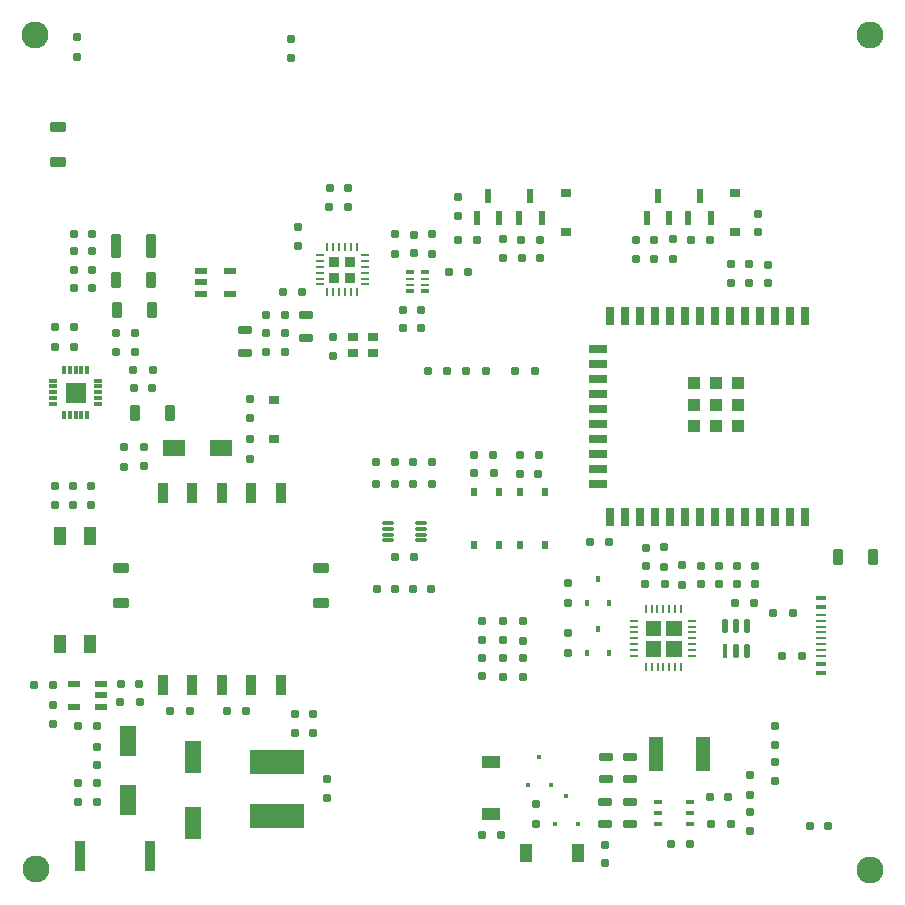
<source format=gbr>
%TF.GenerationSoftware,KiCad,Pcbnew,(6.0.9)*%
%TF.CreationDate,2023-01-10T10:00:19+01:00*%
%TF.ProjectId,P1_shield_board,50315f73-6869-4656-9c64-5f626f617264,V1.0*%
%TF.SameCoordinates,Original*%
%TF.FileFunction,Paste,Top*%
%TF.FilePolarity,Positive*%
%FSLAX46Y46*%
G04 Gerber Fmt 4.6, Leading zero omitted, Abs format (unit mm)*
G04 Created by KiCad (PCBNEW (6.0.9)) date 2023-01-10 10:00:19*
%MOMM*%
%LPD*%
G01*
G04 APERTURE LIST*
G04 Aperture macros list*
%AMRoundRect*
0 Rectangle with rounded corners*
0 $1 Rounding radius*
0 $2 $3 $4 $5 $6 $7 $8 $9 X,Y pos of 4 corners*
0 Add a 4 corners polygon primitive as box body*
4,1,4,$2,$3,$4,$5,$6,$7,$8,$9,$2,$3,0*
0 Add four circle primitives for the rounded corners*
1,1,$1+$1,$2,$3*
1,1,$1+$1,$4,$5*
1,1,$1+$1,$6,$7*
1,1,$1+$1,$8,$9*
0 Add four rect primitives between the rounded corners*
20,1,$1+$1,$2,$3,$4,$5,0*
20,1,$1+$1,$4,$5,$6,$7,0*
20,1,$1+$1,$6,$7,$8,$9,0*
20,1,$1+$1,$8,$9,$2,$3,0*%
G04 Aperture macros list end*
%ADD10C,0.010000*%
%ADD11RoundRect,0.104000X0.257000X-0.200000X0.257000X0.200000X-0.257000X0.200000X-0.257000X-0.200000X0*%
%ADD12RoundRect,0.104000X0.200000X0.257000X-0.200000X0.257000X-0.200000X-0.257000X0.200000X-0.257000X0*%
%ADD13R,0.912000X0.684000*%
%ADD14RoundRect,0.130000X-0.421000X0.250000X-0.421000X-0.250000X0.421000X-0.250000X0.421000X0.250000X0*%
%ADD15RoundRect,0.117000X0.225000X0.244000X-0.225000X0.244000X-0.225000X-0.244000X0.225000X-0.244000X0*%
%ADD16RoundRect,0.104000X-0.200000X-0.257000X0.200000X-0.257000X0.200000X0.257000X-0.200000X0.257000X0*%
%ADD17RoundRect,0.117000X0.244000X-0.225000X0.244000X0.225000X-0.244000X0.225000X-0.244000X-0.225000X0*%
%ADD18RoundRect,0.000000X0.228000X-0.560500X0.228000X0.560500X-0.228000X0.560500X-0.228000X-0.560500X0*%
%ADD19RoundRect,0.117000X-0.244000X0.225000X-0.244000X-0.225000X0.244000X-0.225000X0.244000X0.225000X0*%
%ADD20RoundRect,0.112000X-0.325000X-0.572000X0.325000X-0.572000X0.325000X0.572000X-0.325000X0.572000X0*%
%ADD21R,0.762508X0.424688*%
%ADD22R,1.368000X2.660000*%
%ADD23R,1.064000X1.596000*%
%ADD24RoundRect,0.117000X-0.225000X-0.244000X0.225000X-0.244000X0.225000X0.244000X-0.225000X0.244000X0*%
%ADD25R,0.532000X0.760000*%
%ADD26RoundRect,0.104000X-0.257000X0.200000X-0.257000X-0.200000X0.257000X-0.200000X0.257000X0.200000X0*%
%ADD27R,1.900000X1.368000*%
%ADD28R,0.433053X1.181145*%
%ADD29RoundRect,0.098407X0.118119X-0.492165X0.118119X0.492165X-0.118119X0.492165X-0.118119X-0.492165X0*%
%ADD30R,0.386080X0.386080*%
%ADD31RoundRect,0.103000X-0.362500X-1.170000X0.362500X-1.170000X0.362500X1.170000X-0.362500X1.170000X0*%
%ADD32C,2.280000*%
%ADD33R,0.868680X0.443992*%
%ADD34R,0.868680X0.231648*%
%ADD35R,0.684000X1.520000*%
%ADD36R,1.520000X0.684000*%
%ADD37R,1.010800X1.010800*%
%ADD38RoundRect,0.112000X-0.572000X0.325000X-0.572000X-0.325000X0.572000X-0.325000X0.572000X0.325000X0*%
%ADD39R,4.636000X2.052000*%
%ADD40RoundRect,0.113750X-0.218750X-0.247250X0.218750X-0.247250X0.218750X0.247250X-0.218750X0.247250X0*%
%ADD41RoundRect,0.130000X0.421000X-0.250000X0.421000X0.250000X-0.421000X0.250000X-0.421000X-0.250000X0*%
%ADD42RoundRect,0.113750X0.218750X0.247250X-0.218750X0.247250X-0.218750X-0.247250X0.218750X-0.247250X0*%
%ADD43RoundRect,0.113750X0.247250X-0.218750X0.247250X0.218750X-0.247250X0.218750X-0.247250X-0.218750X0*%
%ADD44R,0.456000X0.608000*%
%ADD45RoundRect,0.112000X-0.325000X-0.914000X0.325000X-0.914000X0.325000X0.914000X-0.325000X0.914000X0*%
%ADD46RoundRect,0.000000X-0.459800X-0.224200X0.459800X-0.224200X0.459800X0.224200X-0.459800X0.224200X0*%
%ADD47R,1.293368X2.992120*%
%ADD48R,1.596000X1.064000*%
%ADD49RoundRect,0.113750X-0.247250X0.218750X-0.247250X-0.218750X0.247250X-0.218750X0.247250X0.218750X0*%
%ADD50R,0.181855X0.691325*%
%ADD51RoundRect,0.010486X0.080441X-0.335176X0.080441X0.335176X-0.080441X0.335176X-0.080441X-0.335176X0*%
%ADD52RoundRect,0.090928X0.254734X0.000001X0.254734X-0.000001X-0.254734X-0.000001X-0.254734X0.000001X0*%
%ADD53R,0.853480X0.853480*%
%ADD54R,0.836000X0.684000*%
%ADD55R,0.965200X1.679448*%
%ADD56RoundRect,0.000000X0.425600X0.102600X-0.425600X0.102600X-0.425600X-0.102600X0.425600X-0.102600X0*%
%ADD57RoundRect,0.000000X-0.608000X1.330000X-0.608000X-1.330000X0.608000X-1.330000X0.608000X1.330000X0*%
%ADD58RoundRect,0.115000X-0.312500X-0.550000X0.312500X-0.550000X0.312500X0.550000X-0.312500X0.550000X0*%
%ADD59R,0.684000X0.193040*%
%ADD60R,0.193040X0.684000*%
%ADD61RoundRect,0.000000X0.503500X0.228000X-0.503500X0.228000X-0.503500X-0.228000X0.503500X-0.228000X0*%
%ADD62RoundRect,0.112000X0.325000X0.572000X-0.325000X0.572000X-0.325000X-0.572000X0.325000X-0.572000X0*%
%ADD63R,1.094400X1.588400*%
%ADD64R,0.638400X0.326800*%
%ADD65R,0.638400X0.250800*%
%ADD66RoundRect,0.000000X0.319200X0.098800X-0.319200X0.098800X-0.319200X-0.098800X0.319200X-0.098800X0*%
%ADD67RoundRect,0.000000X-0.098800X0.319200X-0.098800X-0.319200X0.098800X-0.319200X0.098800X0.319200X0*%
G04 APERTURE END LIST*
%TO.C,U4*%
G36*
X114522788Y-77344400D02*
G01*
X113272850Y-77344400D01*
X113272850Y-76094462D01*
X114522788Y-76094462D01*
X114522788Y-77344400D01*
G37*
D10*
X114522788Y-77344400D02*
X113272850Y-77344400D01*
X113272850Y-76094462D01*
X114522788Y-76094462D01*
X114522788Y-77344400D01*
G36*
X116275370Y-75594400D02*
G01*
X115022850Y-75594400D01*
X115022850Y-74341880D01*
X116275370Y-74341880D01*
X116275370Y-75594400D01*
G37*
X116275370Y-75594400D02*
X115022850Y-75594400D01*
X115022850Y-74341880D01*
X116275370Y-74341880D01*
X116275370Y-75594400D01*
G36*
X116275330Y-77344400D02*
G01*
X115022850Y-77344400D01*
X115022850Y-76094813D01*
X116275330Y-76094813D01*
X116275330Y-77344400D01*
G37*
X116275330Y-77344400D02*
X115022850Y-77344400D01*
X115022850Y-76094813D01*
X116275330Y-76094813D01*
X116275330Y-77344400D01*
G36*
X114522394Y-75594400D02*
G01*
X113272850Y-75594400D01*
X113272850Y-74341670D01*
X114522394Y-74341670D01*
X114522394Y-75594400D01*
G37*
X114522394Y-75594400D02*
X113272850Y-75594400D01*
X113272850Y-74341670D01*
X114522394Y-74341670D01*
X114522394Y-75594400D01*
%TO.C,U6*%
G36*
X65820500Y-55836400D02*
G01*
X64180500Y-55836400D01*
X64180500Y-54196400D01*
X65820500Y-54196400D01*
X65820500Y-55836400D01*
G37*
X65820500Y-55836400D02*
X64180500Y-55836400D01*
X64180500Y-54196400D01*
X65820500Y-54196400D01*
X65820500Y-55836400D01*
%TD*%
D11*
%TO.C,R11*%
X65100200Y-26606000D03*
X65100200Y-24956000D03*
%TD*%
D12*
%TO.C,R36*%
X74688200Y-82016600D03*
X73038200Y-82016600D03*
%TD*%
D13*
%TO.C,D9*%
X81838800Y-55621916D03*
X81838800Y-58921916D03*
%TD*%
D11*
%TO.C,R72*%
X124256800Y-84899000D03*
X124256800Y-83249000D03*
%TD*%
D14*
%TO.C,C19*%
X109880400Y-85867200D03*
X109880400Y-87767200D03*
%TD*%
D15*
%TO.C,C10*%
X94275000Y-49580800D03*
X92725000Y-49580800D03*
%TD*%
D16*
%TO.C,R69*%
X98082600Y-53187600D03*
X99732600Y-53187600D03*
%TD*%
D15*
%TO.C,C21*%
X66383200Y-41579800D03*
X64833200Y-41579800D03*
%TD*%
D17*
%TO.C,C29*%
X79806800Y-57157916D03*
X79806800Y-55607916D03*
%TD*%
D18*
%TO.C,Q8*%
X98983800Y-40281950D03*
X100883800Y-40281950D03*
X99933800Y-38406950D03*
%TD*%
D17*
%TO.C,C13*%
X117932200Y-71234800D03*
X117932200Y-69684800D03*
%TD*%
D19*
%TO.C,C31*%
X66344800Y-62979000D03*
X66344800Y-64529000D03*
%TD*%
D11*
%TO.C,R78*%
X103962200Y-91553800D03*
X103962200Y-89903800D03*
%TD*%
D20*
%TO.C,C25*%
X68529200Y-48056800D03*
X71479200Y-48056800D03*
%TD*%
D21*
%TO.C,U5*%
X114338100Y-89677199D03*
X114338100Y-90627200D03*
X114338100Y-91577201D03*
X117043200Y-91577201D03*
X117043200Y-90627200D03*
X117043200Y-89677199D03*
%TD*%
D13*
%TO.C,D13*%
X120827800Y-41451800D03*
X120827800Y-38151800D03*
%TD*%
D17*
%TO.C,C16*%
X122552200Y-71261600D03*
X122552200Y-69711600D03*
%TD*%
%TO.C,C17*%
X113258600Y-69710600D03*
X113258600Y-68160600D03*
%TD*%
D22*
%TO.C,D11*%
X69443600Y-89520400D03*
X69443600Y-84520400D03*
%TD*%
D11*
%TO.C,R50*%
X97409000Y-40090950D03*
X97409000Y-38440950D03*
%TD*%
D18*
%TO.C,Q5*%
X116880600Y-40282100D03*
X118780600Y-40282100D03*
X117830600Y-38407100D03*
%TD*%
D23*
%TO.C,D6*%
X107508400Y-94005400D03*
X103108400Y-94005400D03*
%TD*%
D15*
%TO.C,C51*%
X95136000Y-71704200D03*
X93586000Y-71704200D03*
%TD*%
D19*
%TO.C,C39*%
X83566000Y-82283000D03*
X83566000Y-83833000D03*
%TD*%
D17*
%TO.C,C14*%
X119456200Y-71234800D03*
X119456200Y-69684800D03*
%TD*%
D12*
%TO.C,R70*%
X100393000Y-61883300D03*
X98743000Y-61883300D03*
%TD*%
D17*
%TO.C,C8*%
X93675200Y-43243800D03*
X93675200Y-41693800D03*
%TD*%
D24*
%TO.C,C47*%
X98767600Y-60325000D03*
X100317600Y-60325000D03*
%TD*%
D12*
%TO.C,R24*%
X117055400Y-93268800D03*
X115405400Y-93268800D03*
%TD*%
%TO.C,R79*%
X104365600Y-42087650D03*
X102715600Y-42087650D03*
%TD*%
D25*
%TO.C,SW1*%
X98721600Y-67959800D03*
X98721600Y-63459800D03*
X100871600Y-67959800D03*
X100871600Y-63459800D03*
%TD*%
D11*
%TO.C,R49*%
X113969800Y-43725600D03*
X113969800Y-42075600D03*
%TD*%
D26*
%TO.C,R45*%
X115544600Y-42063400D03*
X115544600Y-43713400D03*
%TD*%
D17*
%TO.C,C46*%
X120472600Y-45727200D03*
X120472600Y-44177200D03*
%TD*%
D12*
%TO.C,R26*%
X95211400Y-62738000D03*
X93561400Y-62738000D03*
%TD*%
D11*
%TO.C,R10*%
X83261200Y-26733000D03*
X83261200Y-25083000D03*
%TD*%
D26*
%TO.C,R27*%
X63246000Y-49517800D03*
X63246000Y-51167800D03*
%TD*%
D12*
%TO.C,R22*%
X114896400Y-71221600D03*
X113246400Y-71221600D03*
%TD*%
D27*
%TO.C,D10*%
X73329800Y-59684916D03*
X77329800Y-59684916D03*
%TD*%
D28*
%TO.C,D4*%
X119950000Y-76925417D03*
D29*
X120900001Y-76925417D03*
X121850001Y-76925417D03*
X121850001Y-74774582D03*
X120900001Y-74774582D03*
X119950000Y-74774582D03*
%TD*%
D18*
%TO.C,Q7*%
X113375400Y-40282100D03*
X115275400Y-40282100D03*
X114325400Y-38407100D03*
%TD*%
D26*
%TO.C,R14*%
X99415600Y-74346800D03*
X99415600Y-75996800D03*
%TD*%
%TO.C,R33*%
X63296800Y-62929000D03*
X63296800Y-64579000D03*
%TD*%
D12*
%TO.C,R38*%
X70421000Y-81229200D03*
X68771000Y-81229200D03*
%TD*%
D30*
%TO.C,Q3*%
X103316999Y-88234800D03*
X105217001Y-88234800D03*
X104267000Y-85847200D03*
%TD*%
D19*
%TO.C,C36*%
X65227200Y-88125000D03*
X65227200Y-89675000D03*
%TD*%
D26*
%TO.C,R37*%
X66802000Y-88075000D03*
X66802000Y-89725000D03*
%TD*%
D31*
%TO.C,R1*%
X65338100Y-94310200D03*
X71263100Y-94310200D03*
%TD*%
D17*
%TO.C,C45*%
X122047400Y-45727200D03*
X122047400Y-44177200D03*
%TD*%
D32*
%TO.C,H3*%
X61569600Y-24739600D03*
%TD*%
D16*
%TO.C,R61*%
X82563200Y-46532800D03*
X84213200Y-46532800D03*
%TD*%
D15*
%TO.C,C6*%
X82715400Y-49987200D03*
X81165400Y-49987200D03*
%TD*%
D24*
%TO.C,C50*%
X90487200Y-71704200D03*
X92037200Y-71704200D03*
%TD*%
D17*
%TO.C,C30*%
X70789800Y-61227000D03*
X70789800Y-59677000D03*
%TD*%
D33*
%TO.C,J2*%
X128137000Y-78790400D03*
X128137000Y-72390400D03*
X128137000Y-77990401D03*
D34*
X128137000Y-76840400D03*
X128137000Y-75840400D03*
X128137000Y-75340400D03*
X128137000Y-74340400D03*
D33*
X128137000Y-73190399D03*
D34*
X128137000Y-73840401D03*
X128137000Y-74840399D03*
X128137000Y-76340401D03*
X128137000Y-77340399D03*
%TD*%
D32*
%TO.C,H1*%
X132283200Y-95453200D03*
%TD*%
D35*
%TO.C,U3*%
X126722800Y-48548400D03*
X125452800Y-48548400D03*
X124182800Y-48548400D03*
X122912800Y-48548400D03*
X121642800Y-48548400D03*
X120372800Y-48548400D03*
X119102800Y-48548400D03*
X117832800Y-48548400D03*
X116562800Y-48548400D03*
X115292800Y-48548400D03*
X114022800Y-48548400D03*
X112752800Y-48548400D03*
X111482800Y-48548400D03*
X110212800Y-48548400D03*
D36*
X109212800Y-51333400D03*
X109212800Y-52603400D03*
X109212800Y-53873400D03*
X109212800Y-55143400D03*
X109212800Y-56413400D03*
X109212800Y-57683400D03*
X109212800Y-58953400D03*
X109212800Y-60223400D03*
X109212800Y-61493400D03*
X109212800Y-62763400D03*
D35*
X110212800Y-65548400D03*
X111482800Y-65548400D03*
X112752800Y-65548400D03*
X114022800Y-65548400D03*
X115292800Y-65548400D03*
X116562800Y-65548400D03*
X117832800Y-65548400D03*
X119102800Y-65548400D03*
X120372800Y-65548400D03*
X121642800Y-65548400D03*
X122912800Y-65548400D03*
X124182800Y-65548400D03*
X125452800Y-65548400D03*
X126722800Y-65548400D03*
D37*
X121057800Y-57883400D03*
X117387800Y-56048400D03*
X119222800Y-57883400D03*
X121057800Y-54213400D03*
X119222800Y-54213400D03*
X119222800Y-56048400D03*
X117387800Y-57883400D03*
X121057800Y-56048400D03*
X117387800Y-54213400D03*
%TD*%
D38*
%TO.C,C33*%
X85775800Y-69893916D03*
X85775800Y-72843916D03*
%TD*%
D17*
%TO.C,C41*%
X122809000Y-41440400D03*
X122809000Y-39890400D03*
%TD*%
D26*
%TO.C,R32*%
X79806800Y-58986916D03*
X79806800Y-60636916D03*
%TD*%
D14*
%TO.C,C18*%
X111963200Y-85867200D03*
X111963200Y-87767200D03*
%TD*%
D39*
%TO.C,L6*%
X82042000Y-90845200D03*
X82042000Y-86345200D03*
%TD*%
D40*
%TO.C,D8*%
X90449300Y-62738000D03*
X92024300Y-62738000D03*
%TD*%
D26*
%TO.C,R15*%
X101193600Y-74346800D03*
X101193600Y-75996800D03*
%TD*%
D40*
%TO.C,D7*%
X90449300Y-60909200D03*
X92024300Y-60909200D03*
%TD*%
D19*
%TO.C,C2*%
X83870800Y-41033400D03*
X83870800Y-42583400D03*
%TD*%
D12*
%TO.C,R23*%
X120459000Y-91567000D03*
X118809000Y-91567000D03*
%TD*%
D11*
%TO.C,R41*%
X63105800Y-83121000D03*
X63105800Y-81471000D03*
%TD*%
D41*
%TO.C,C53*%
X111963200Y-91577200D03*
X111963200Y-89677200D03*
%TD*%
D42*
%TO.C,L2*%
X122437500Y-72870000D03*
X120862500Y-72870000D03*
%TD*%
D16*
%TO.C,R77*%
X99378000Y-92532200D03*
X101028000Y-92532200D03*
%TD*%
D19*
%TO.C,C34*%
X66802000Y-85026200D03*
X66802000Y-86576200D03*
%TD*%
D43*
%TO.C,D3*%
X101193600Y-79096700D03*
X101193600Y-77521700D03*
%TD*%
D26*
%TO.C,R43*%
X122097800Y-87440000D03*
X122097800Y-89090000D03*
%TD*%
D11*
%TO.C,R42*%
X86309200Y-89369400D03*
X86309200Y-87719400D03*
%TD*%
D19*
%TO.C,C27*%
X68427600Y-50025000D03*
X68427600Y-51575000D03*
%TD*%
D32*
%TO.C,H2*%
X132283200Y-24739600D03*
%TD*%
D44*
%TO.C,Q1*%
X108283800Y-72841200D03*
X110183800Y-72841200D03*
X109233800Y-70821200D03*
%TD*%
D12*
%TO.C,R40*%
X63118000Y-79756000D03*
X61468000Y-79756000D03*
%TD*%
D38*
%TO.C,C1*%
X63500000Y-32561000D03*
X63500000Y-35511000D03*
%TD*%
D11*
%TO.C,R18*%
X106693800Y-72847200D03*
X106693800Y-71197200D03*
%TD*%
D14*
%TO.C,C3*%
X79324200Y-49748400D03*
X79324200Y-51648400D03*
%TD*%
%TO.C,C5*%
X84480400Y-48478400D03*
X84480400Y-50378400D03*
%TD*%
D45*
%TO.C,C23*%
X68451200Y-42595800D03*
X71401200Y-42595800D03*
%TD*%
D24*
%TO.C,C55*%
X118706600Y-89255600D03*
X120256600Y-89255600D03*
%TD*%
D11*
%TO.C,R19*%
X106680000Y-77050400D03*
X106680000Y-75400400D03*
%TD*%
D38*
%TO.C,C32*%
X68884800Y-69899000D03*
X68884800Y-72849000D03*
%TD*%
D17*
%TO.C,C15*%
X121031000Y-71247800D03*
X121031000Y-69697800D03*
%TD*%
D46*
%TO.C,U1*%
X75582500Y-44750000D03*
X75582500Y-45700000D03*
X75582500Y-46650000D03*
X78092500Y-46650000D03*
X78092500Y-44750000D03*
%TD*%
D12*
%TO.C,R74*%
X93687400Y-68935600D03*
X92037400Y-68935600D03*
%TD*%
D15*
%TO.C,C7*%
X82715400Y-48463200D03*
X81165400Y-48463200D03*
%TD*%
D11*
%TO.C,R65*%
X92087200Y-43293800D03*
X92087200Y-41643800D03*
%TD*%
D16*
%TO.C,R66*%
X96609400Y-44856400D03*
X98259400Y-44856400D03*
%TD*%
D26*
%TO.C,R71*%
X124256800Y-86309200D03*
X124256800Y-87959200D03*
%TD*%
D12*
%TO.C,R16*%
X126478800Y-77343000D03*
X124828800Y-77343000D03*
%TD*%
D26*
%TO.C,R13*%
X102920800Y-74385400D03*
X102920800Y-76035400D03*
%TD*%
D17*
%TO.C,C44*%
X123621800Y-45745400D03*
X123621800Y-44195400D03*
%TD*%
D30*
%TO.C,Q4*%
X105602999Y-91567000D03*
X107503001Y-91567000D03*
X106553000Y-89179400D03*
%TD*%
D43*
%TO.C,D2*%
X99415600Y-79058100D03*
X99415600Y-77483100D03*
%TD*%
D47*
%TO.C,L3*%
X118160800Y-85598000D03*
X114147600Y-85598000D03*
%TD*%
D24*
%TO.C,C48*%
X102628400Y-61925200D03*
X104178400Y-61925200D03*
%TD*%
D48*
%TO.C,D5*%
X100203000Y-86319000D03*
X100203000Y-90719000D03*
%TD*%
D11*
%TO.C,R47*%
X112420400Y-43725600D03*
X112420400Y-42075600D03*
%TD*%
D49*
%TO.C,L5*%
X64846200Y-43078300D03*
X64846200Y-44653300D03*
%TD*%
D24*
%TO.C,C35*%
X68833200Y-79705200D03*
X70383200Y-79705200D03*
%TD*%
D50*
%TO.C,U2*%
X86329200Y-46529046D03*
D51*
X86829200Y-46529046D03*
X87329200Y-46529046D03*
X87829201Y-46529046D03*
X88329201Y-46529046D03*
X88829201Y-46529046D03*
D52*
X89480447Y-45877800D03*
X89480447Y-45377800D03*
X89480447Y-44877800D03*
X89480447Y-44377799D03*
X89480447Y-43877799D03*
X89480447Y-43377799D03*
D51*
X88829201Y-42726553D03*
X88329201Y-42726553D03*
X87829201Y-42726553D03*
X87329200Y-42726553D03*
X86829200Y-42726553D03*
X86329200Y-42726553D03*
D52*
X85677954Y-43377799D03*
X85677954Y-43877799D03*
X85677954Y-44377799D03*
X85677954Y-44877800D03*
X85677954Y-45377800D03*
X85677954Y-45877800D03*
D53*
X88265000Y-43942000D03*
X88265000Y-45313600D03*
X86890700Y-45316300D03*
X86890700Y-43939300D03*
%TD*%
D11*
%TO.C,R34*%
X64820800Y-64579000D03*
X64820800Y-62929000D03*
%TD*%
D12*
%TO.C,R73*%
X104253800Y-60350400D03*
X102603800Y-60350400D03*
%TD*%
%TO.C,R28*%
X71538600Y-53086000D03*
X69888600Y-53086000D03*
%TD*%
D24*
%TO.C,C9*%
X92725000Y-48056800D03*
X94275000Y-48056800D03*
%TD*%
D11*
%TO.C,R31*%
X69138800Y-61327800D03*
X69138800Y-59677800D03*
%TD*%
D44*
%TO.C,Q2*%
X108276900Y-77057600D03*
X110176900Y-77057600D03*
X109226900Y-75037600D03*
%TD*%
D15*
%TO.C,C49*%
X128740200Y-91694000D03*
X127190200Y-91694000D03*
%TD*%
D54*
%TO.C,Y1*%
X88500000Y-51650000D03*
X90200000Y-51650000D03*
X90200000Y-50350000D03*
X88500000Y-50350000D03*
%TD*%
D55*
%TO.C,TR1*%
X72393800Y-63500000D03*
X74893800Y-63500000D03*
X77393800Y-63500000D03*
X79893800Y-63500000D03*
X82393800Y-63500000D03*
X82393800Y-79756000D03*
X79893800Y-79756000D03*
X77393800Y-79756000D03*
X74893800Y-79756000D03*
X72393800Y-79756000D03*
%TD*%
D56*
%TO.C,U9*%
X94278900Y-67552000D03*
X94278900Y-67052000D03*
X94278900Y-66552000D03*
X94278900Y-66052000D03*
X91468900Y-66052000D03*
X91468900Y-66552000D03*
X91468900Y-67052000D03*
X91468900Y-67552000D03*
%TD*%
D16*
%TO.C,R48*%
X97346000Y-42110750D03*
X98996000Y-42110750D03*
%TD*%
D25*
%TO.C,SW2*%
X102631950Y-67963100D03*
X102631950Y-63463100D03*
X104781950Y-67963100D03*
X104781950Y-63463100D03*
%TD*%
D15*
%TO.C,C43*%
X96431400Y-53187600D03*
X94881400Y-53187600D03*
%TD*%
D26*
%TO.C,R20*%
X116357400Y-69647800D03*
X116357400Y-71297800D03*
%TD*%
D41*
%TO.C,C54*%
X109826200Y-91577200D03*
X109826200Y-89677200D03*
%TD*%
D57*
%TO.C,C37*%
X74980800Y-85896800D03*
X74980800Y-91496800D03*
%TD*%
D26*
%TO.C,R46*%
X101203800Y-42024650D03*
X101203800Y-43674650D03*
%TD*%
D40*
%TO.C,L1*%
X81152900Y-51638200D03*
X82727900Y-51638200D03*
%TD*%
D12*
%TO.C,R80*%
X118718600Y-42138600D03*
X117068600Y-42138600D03*
%TD*%
D58*
%TO.C,R30*%
X70063900Y-56743600D03*
X72988900Y-56743600D03*
%TD*%
D59*
%TO.C,U4*%
X117211250Y-77344400D03*
X117211250Y-76844400D03*
X117211250Y-76344400D03*
X117211250Y-75844400D03*
X117211250Y-75344400D03*
X117211250Y-74844400D03*
X117211250Y-74344400D03*
D60*
X116271450Y-73380600D03*
X115771450Y-73380600D03*
X115271450Y-73380600D03*
X114771450Y-73380600D03*
X114271450Y-73380600D03*
X113771450Y-73380600D03*
X113271450Y-73380600D03*
D59*
X112309050Y-74344400D03*
X112309050Y-74844400D03*
X112309050Y-75344400D03*
X112309050Y-75844400D03*
X112309050Y-76344400D03*
X112309050Y-76844400D03*
X112309050Y-77344400D03*
D60*
X113272850Y-78308200D03*
X113772850Y-78308200D03*
X114272850Y-78308200D03*
X114772850Y-78308200D03*
X115272850Y-78308200D03*
X115772850Y-78308200D03*
X116272850Y-78308200D03*
%TD*%
D49*
%TO.C,L4*%
X66370200Y-43078300D03*
X66370200Y-44653300D03*
%TD*%
D61*
%TO.C,U8*%
X67138900Y-81620400D03*
X67138900Y-80670400D03*
X67138900Y-79720400D03*
X64863900Y-79720400D03*
X64863900Y-81620400D03*
%TD*%
D20*
%TO.C,C24*%
X68451200Y-45516800D03*
X71401200Y-45516800D03*
%TD*%
D16*
%TO.C,R67*%
X108547400Y-67716400D03*
X110197400Y-67716400D03*
%TD*%
D26*
%TO.C,R44*%
X122123200Y-90538800D03*
X122123200Y-92188800D03*
%TD*%
D19*
%TO.C,C20*%
X109804200Y-93332000D03*
X109804200Y-94882000D03*
%TD*%
D12*
%TO.C,R68*%
X103898200Y-53187600D03*
X102248200Y-53187600D03*
%TD*%
D15*
%TO.C,C22*%
X66396200Y-46151800D03*
X64846200Y-46151800D03*
%TD*%
D62*
%TO.C,C52*%
X132490000Y-68986400D03*
X129540000Y-68986400D03*
%TD*%
D26*
%TO.C,R21*%
X114833400Y-68110600D03*
X114833400Y-69760600D03*
%TD*%
D19*
%TO.C,C28*%
X70002400Y-50025000D03*
X70002400Y-51575000D03*
%TD*%
D63*
%TO.C,U7*%
X63677800Y-76295000D03*
X66217800Y-76295000D03*
X66217800Y-67215000D03*
X63677800Y-67215000D03*
%TD*%
D11*
%TO.C,R64*%
X95199200Y-43293800D03*
X95199200Y-41643800D03*
%TD*%
D26*
%TO.C,R29*%
X64871600Y-49517800D03*
X64871600Y-51167800D03*
%TD*%
D13*
%TO.C,D12*%
X106502200Y-41423950D03*
X106502200Y-38123950D03*
%TD*%
D43*
%TO.C,D1*%
X102920800Y-79096700D03*
X102920800Y-77521700D03*
%TD*%
D18*
%TO.C,Q6*%
X102555000Y-40281950D03*
X104455000Y-40281950D03*
X103505000Y-38406950D03*
%TD*%
D19*
%TO.C,C40*%
X85140800Y-82283000D03*
X85140800Y-83833000D03*
%TD*%
D32*
%TO.C,H4*%
X61620400Y-95402400D03*
%TD*%
D16*
%TO.C,R35*%
X77813400Y-82016600D03*
X79463400Y-82016600D03*
%TD*%
D64*
%TO.C,RN1*%
X94569200Y-46443800D03*
X93289200Y-46443800D03*
D65*
X94569200Y-45893800D03*
X93289200Y-45893800D03*
X94569200Y-45393800D03*
X93289200Y-45393800D03*
D64*
X94569200Y-44843800D03*
X93289200Y-44843800D03*
%TD*%
D15*
%TO.C,C26*%
X71488600Y-54610000D03*
X69938600Y-54610000D03*
%TD*%
%TO.C,C42*%
X104330800Y-43634750D03*
X102780800Y-43634750D03*
%TD*%
D12*
%TO.C,R58*%
X88099400Y-39293800D03*
X86449400Y-39293800D03*
%TD*%
D16*
%TO.C,R39*%
X65188600Y-83261200D03*
X66838600Y-83261200D03*
%TD*%
D12*
%TO.C,R17*%
X125715000Y-73700000D03*
X124065000Y-73700000D03*
%TD*%
D66*
%TO.C,U6*%
X66935500Y-56016400D03*
X66935500Y-55516400D03*
X66935500Y-55016400D03*
X66935500Y-54516400D03*
X66935500Y-54016400D03*
D67*
X66000500Y-53081400D03*
X65500500Y-53081400D03*
X65000500Y-53081400D03*
X64500500Y-53081400D03*
X64000500Y-53081400D03*
D66*
X63065500Y-54016400D03*
X63065500Y-54516400D03*
X63065500Y-55016400D03*
X63065500Y-55516400D03*
X63065500Y-56016400D03*
D67*
X64000500Y-56951400D03*
X64500500Y-56951400D03*
X65000500Y-56951400D03*
X65500500Y-56951400D03*
X66000500Y-56951400D03*
%TD*%
D15*
%TO.C,C4*%
X88100200Y-37744400D03*
X86550200Y-37744400D03*
%TD*%
D19*
%TO.C,C11*%
X86817200Y-50355200D03*
X86817200Y-51905200D03*
%TD*%
D12*
%TO.C,R25*%
X95211400Y-60909200D03*
X93561400Y-60909200D03*
%TD*%
M02*

</source>
